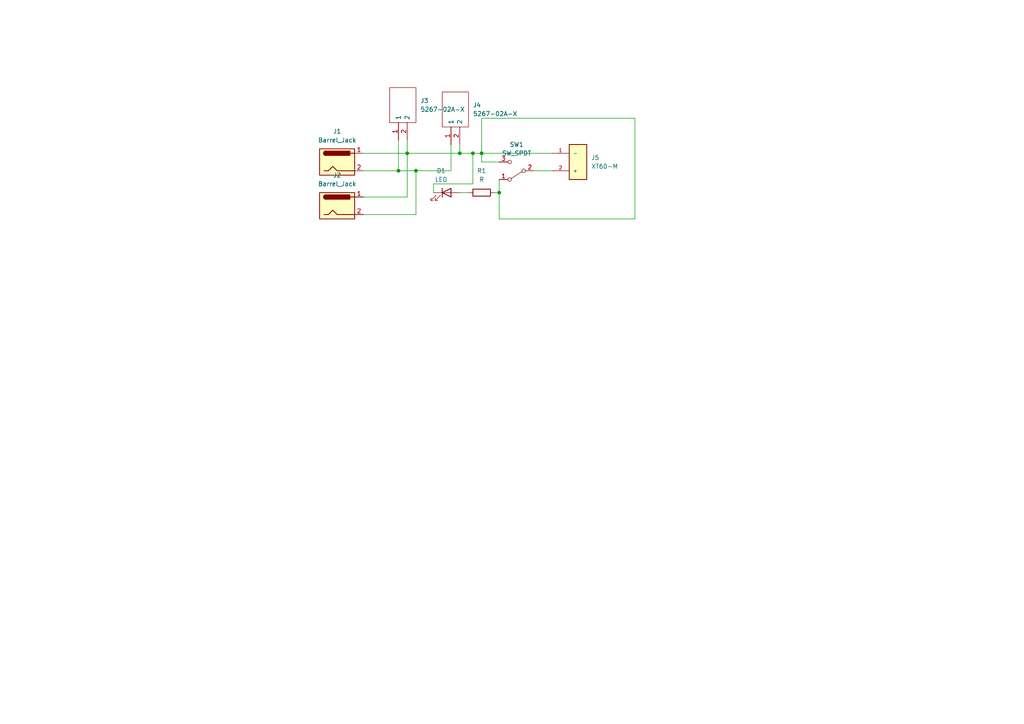
<source format=kicad_sch>
(kicad_sch (version 20211123) (generator eeschema)
  (paper "A4")
  (lib_symbols
    (symbol "5267-02A-X:5267-02A-X" (pin_names (offset 0.762))
      (property "Reference" "J" (at 16.51 7.62 0))
      (property "Value" "5267-02A-X" (at 16.51 5.08 0))
      (symbol "5267-02A-X_0_0"
        (pin passive line (at 0 0 0) (length 5.08) (name "1") (number "1"))
        (pin passive line (at 0 -2.54 0) (length 5.08) (name "2") (number "2"))
      )
      (symbol "5267-02A-X_0_1"
        (polyline (pts (xy 5.08 2.54) (xy 15.24 2.54) (xy 15.24 -5.08) (xy 5.08 -5.08) (xy 5.08 2.54)) (stroke (width 0.1524)))
      )
    )
    (symbol "Connector:Barrel_Jack" (pin_names (offset 1.016))
      (property "Reference" "J" (at 0 5.334 0))
      (property "Value" "Barrel_Jack" (at 0 -5.08 0))
      (symbol "Barrel_Jack_0_1"
        (rectangle (start -5.08 3.81) (end 5.08 -3.81) (stroke (width 0.254)) (fill (type background)))
        (arc (start -3.302 3.175) (mid -3.937 2.54) (end -3.302 1.905) (stroke (width 0.254)))
        (arc (start -3.302 3.175) (mid -3.937 2.54) (end -3.302 1.905) (stroke (width 0.254)) (fill (type outline)))
        (polyline (pts (xy 5.08 2.54) (xy 3.81 2.54)) (stroke (width 0.254)))
        (polyline (pts (xy -3.81 -2.54) (xy -2.54 -2.54) (xy -1.27 -1.27) (xy 0 -2.54) (xy 2.54 -2.54) (xy 5.08 -2.54)) (stroke (width 0.254)))
        (rectangle (start 3.683 3.175) (end -3.302 1.905) (stroke (width 0.254)) (fill (type outline)))
      )
      (symbol "Barrel_Jack_1_1"
        (pin passive line (at 7.62 2.54 180) (length 2.54) (name "~") (number "1"))
        (pin passive line (at 7.62 -2.54 180) (length 2.54) (name "~") (number "2"))
      )
    )
    (symbol "Device:LED" (pin_numbers hide) (pin_names (offset 1.016) hide)
      (property "Reference" "D" (at 0 2.54 0))
      (property "Value" "LED" (at 0 -2.54 0))
      (symbol "LED_0_1"
        (polyline (pts (xy -1.27 -1.27) (xy -1.27 1.27)) (stroke (width 0.254)))
        (polyline (pts (xy -1.27 0) (xy 1.27 0)))
        (polyline (pts (xy 1.27 -1.27) (xy 1.27 1.27) (xy -1.27 0) (xy 1.27 -1.27)) (stroke (width 0.254)))
        (polyline (pts (xy -3.048 -0.762) (xy -4.572 -2.286) (xy -3.81 -2.286) (xy -4.572 -2.286) (xy -4.572 -1.524)))
        (polyline (pts (xy -1.778 -0.762) (xy -3.302 -2.286) (xy -2.54 -2.286) (xy -3.302 -2.286) (xy -3.302 -1.524)))
      )
      (symbol "LED_1_1"
        (pin passive line (at -3.81 0 0) (length 2.54) (name "K") (number "1"))
        (pin passive line (at 3.81 0 180) (length 2.54) (name "A") (number "2"))
      )
    )
    (symbol "Device:R" (pin_numbers hide) (pin_names (offset 0))
      (property "Reference" "R" (at 2.032 0 90))
      (property "Value" "R" (at 0 0 90))
      (symbol "R_0_1"
        (rectangle (start -1.016 -2.54) (end 1.016 2.54) (stroke (width 0.254)))
      )
      (symbol "R_1_1"
        (pin passive line (at 0 3.81 270) (length 1.27) (name "~") (number "1"))
        (pin passive line (at 0 -3.81 90) (length 1.27) (name "~") (number "2"))
      )
    )
    (symbol "Switch:SW_SPDT" (pin_names (offset 0) hide)
      (property "Reference" "SW" (at 0 4.318 0))
      (property "Value" "SW_SPDT" (at 0 -5.08 0))
      (symbol "SW_SPDT_0_0"
        (circle (center -2.032 0) (radius 0.508))
        (circle (center 2.032 -2.54) (radius 0.508))
      )
      (symbol "SW_SPDT_0_1"
        (polyline (pts (xy -1.524 0.254) (xy 1.651 2.286)))
        (circle (center 2.032 2.54) (radius 0.508))
      )
      (symbol "SW_SPDT_1_1"
        (pin passive line (at 5.08 2.54 180) (length 2.54) (name "A") (number "1"))
        (pin passive line (at -5.08 0 0) (length 2.54) (name "B") (number "2"))
        (pin passive line (at 5.08 -2.54 180) (length 2.54) (name "C") (number "3"))
      )
    )
    (symbol "XT60-M:XT60-M" (pin_names (offset 1.016))
      (property "Reference" "J" (at -2.54 5.715 0))
      (property "Value" "XT60-M" (at -2.794 -6.35 0))
      (symbol "XT60-M_0_0"
        (rectangle (start -2.54 -5.08) (end 2.54 5.08) (stroke (width 0.254)) (fill (type background)))
        (pin passive line (at -7.62 2.54 0) (length 5.08) (name "-") (number "1"))
        (pin passive line (at -7.62 -2.54 0) (length 5.08) (name "+") (number "2"))
      )
    )
  )
  (junction (at 118.11 44.45))
  (junction (at 137.16 44.45))
  (junction (at 115.57 49.53))
  (junction (at 133.35 44.45))
  (junction (at 120.65 49.53))
  (junction (at 139.7 44.45))
  (junction (at 144.78 55.88))
  (wire (pts (xy 133.35 44.45) (xy 137.16 44.45)))
  (wire (pts (xy 144.78 52.07) (xy 144.78 55.88)))
  (wire (pts (xy 105.41 62.23) (xy 120.65 62.23)))
  (wire (pts (xy 105.41 44.45) (xy 118.11 44.45)))
  (wire (pts (xy 143.51 55.88) (xy 144.78 55.88)))
  (wire (pts (xy 120.65 49.53) (xy 130.81 49.53)))
  (wire (pts (xy 139.7 34.29) (xy 139.7 44.45)))
  (wire (pts (xy 139.7 44.45) (xy 160.02 44.45)))
  (wire (pts (xy 139.7 44.45) (xy 139.7 46.99)))
  (wire (pts (xy 105.41 57.15) (xy 118.11 57.15)))
  (wire (pts (xy 154.94 49.53) (xy 160.02 49.53)))
  (wire (pts (xy 125.73 55.88) (xy 125.73 53.34)))
  (wire (pts (xy 118.11 44.45) (xy 133.35 44.45)))
  (wire (pts (xy 133.35 41.91) (xy 133.35 44.45)))
  (wire (pts (xy 137.16 44.45) (xy 139.7 44.45)))
  (wire (pts (xy 137.16 53.34) (xy 137.16 44.45)))
  (wire (pts (xy 118.11 40.64) (xy 118.11 44.45)))
  (wire (pts (xy 115.57 49.53) (xy 120.65 49.53)))
  (wire (pts (xy 144.78 46.99) (xy 139.7 46.99)))
  (wire (pts (xy 130.81 41.91) (xy 130.81 49.53)))
  (wire (pts (xy 133.35 55.88) (xy 135.89 55.88)))
  (wire (pts (xy 125.73 53.34) (xy 137.16 53.34)))
  (wire (pts (xy 184.15 63.5) (xy 144.78 63.5)))
  (wire (pts (xy 184.15 63.5) (xy 184.15 34.29)))
  (wire (pts (xy 120.65 49.53) (xy 120.65 62.23)))
  (wire (pts (xy 184.15 34.29) (xy 139.7 34.29)))
  (wire (pts (xy 144.78 63.5) (xy 144.78 55.88)))
  (wire (pts (xy 105.41 49.53) (xy 115.57 49.53)))
  (wire (pts (xy 118.11 44.45) (xy 118.11 57.15)))
  (wire (pts (xy 115.57 40.64) (xy 115.57 49.53)))
  (symbol (lib_id "Connector:Barrel_Jack") (at 97.79 59.69 0) (unit 1)
    (property "Reference" "J2" (at 97.79 50.8 0))
    (property "Value" "Barrel_Jack" (at 97.79 53.34 0))
    (property "Footprint" "Connector_BarrelJack:BarrelJack_Horizontal" (effects hide))
  )
  (symbol (lib_id "Device:LED") (at 129.54 55.88 0) (unit 1)
    (property "Reference" "D1" (at 127.9525 49.53 0))
    (property "Value" "LED" (at 127.9525 52.07 0))
    (property "Footprint" "LED_SMD:LED_0603_1608Metric" (effects hide))
  )
  (symbol (lib_id "XT60-M:XT60-M") (at 167.64 46.99 0) (unit 1)
    (property "Reference" "J5" (at 171.45 45.7199 0) (effects (justify left)))
    (property "Value" "XT60-M" (at 171.45 48.2599 0) (effects (justify left)))
    (property "Footprint" "XT60-M:AMASS_XT60-M" (effects hide))
    (property "MANUFACTURER" "AMASS" (effects hide))
    (property "PARTREV" "1.2" (effects hide))
    (property "STANDARD" "IPC-7251" (effects hide))
  )
  (symbol (lib_id "Switch:SW_SPDT") (at 149.86 49.53 180) (unit 1)
    (property "Reference" "SW1" (at 149.86 41.91 0))
    (property "Value" "SW_SPDT" (at 149.86 44.45 0))
    (property "Footprint" "Button_Switch_THT:SW_CuK_JS202011AQN_DPDT_Angled" (effects hide))
  )
  (symbol (lib_id "Connector:Barrel_Jack") (at 97.79 46.99 0) (unit 1)
    (property "Reference" "J1" (at 97.79 38.1 0))
    (property "Value" "Barrel_Jack" (at 97.79 40.64 0))
    (property "Footprint" "Connector_BarrelJack:BarrelJack_Horizontal" (effects hide))
  )
  (symbol (lib_id "5267-02A-X:5267-02A-X") (at 130.81 41.91 90) (unit 1)
    (property "Reference" "J4" (at 137.16 30.4799 90) (effects (justify right)))
    (property "Value" "5267-02A-X" (at 137.16 33.0199 90) (effects (justify right)))
    (property "Footprint" "Connector_Molex:Molex_SPOX_5267-02A_1x02_P2.50mm_Vertical" (effects hide))
    (property "Datasheet" "https://www.molex.com/pdm_docs/sd/099990986_sd.pdf" (effects hide))
    (property "Description" "Conn Shrouded Header (4 Sides) HDR 2 POS 2.5mm Solder ST Top Entry Thru-Hole SPOX Bag" (effects hide))
    (property "Height" "6.1" (effects hide))
    (property "Manufacturer_Name" "MOLEX PREMISE NETWORK" (effects hide))
    (property "Manufacturer_Part_Number" "5267-02A-X" (effects hide))
  )
  (symbol (lib_id "5267-02A-X:5267-02A-X") (at 115.57 40.64 90) (unit 1)
    (property "Reference" "J3" (at 121.92 29.2099 90) (effects (justify right)))
    (property "Value" "5267-02A-X" (at 121.92 31.7499 90) (effects (justify right)))
    (property "Footprint" "Connector_Molex:Molex_SPOX_5267-02A_1x02_P2.50mm_Vertical" (effects hide))
    (property "Datasheet" "https://www.molex.com/pdm_docs/sd/099990986_sd.pdf" (effects hide))
    (property "Description" "Conn Shrouded Header (4 Sides) HDR 2 POS 2.5mm Solder ST Top Entry Thru-Hole SPOX Bag" (effects hide))
    (property "Height" "6.1" (effects hide))
    (property "Manufacturer_Name" "MOLEX PREMISE NETWORK" (effects hide))
    (property "Manufacturer_Part_Number" "5267-02A-X" (effects hide))
  )
  (symbol (lib_id "Device:R") (at 139.7 55.88 90) (unit 1)
    (property "Reference" "R1" (at 139.7 49.53 90))
    (property "Value" "R" (at 139.7 52.07 90))
    (property "Footprint" "Resistor_SMD:R_0805_2012Metric" (effects hide))
  )
)
</source>
